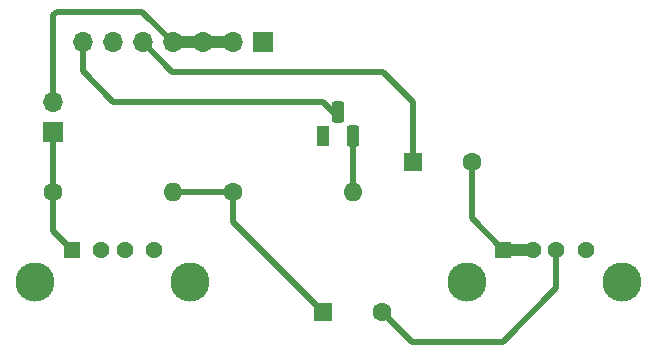
<source format=gbr>
%TF.GenerationSoftware,KiCad,Pcbnew,(6.0.8-1)-1*%
%TF.CreationDate,2022-12-02T23:57:04+01:00*%
%TF.ProjectId,AV_MOD_FAMICOM,41565f4d-4f44-45f4-9641-4d49434f4d2e,rev?*%
%TF.SameCoordinates,Original*%
%TF.FileFunction,Copper,L2,Bot*%
%TF.FilePolarity,Positive*%
%FSLAX46Y46*%
G04 Gerber Fmt 4.6, Leading zero omitted, Abs format (unit mm)*
G04 Created by KiCad (PCBNEW (6.0.8-1)-1) date 2022-12-02 23:57:04*
%MOMM*%
%LPD*%
G01*
G04 APERTURE LIST*
G04 Aperture macros list*
%AMRoundRect*
0 Rectangle with rounded corners*
0 $1 Rounding radius*
0 $2 $3 $4 $5 $6 $7 $8 $9 X,Y pos of 4 corners*
0 Add a 4 corners polygon primitive as box body*
4,1,4,$2,$3,$4,$5,$6,$7,$8,$9,$2,$3,0*
0 Add four circle primitives for the rounded corners*
1,1,$1+$1,$2,$3*
1,1,$1+$1,$4,$5*
1,1,$1+$1,$6,$7*
1,1,$1+$1,$8,$9*
0 Add four rect primitives between the rounded corners*
20,1,$1+$1,$2,$3,$4,$5,0*
20,1,$1+$1,$4,$5,$6,$7,0*
20,1,$1+$1,$6,$7,$8,$9,0*
20,1,$1+$1,$8,$9,$2,$3,0*%
G04 Aperture macros list end*
%TA.AperFunction,ComponentPad*%
%ADD10R,1.100000X1.800000*%
%TD*%
%TA.AperFunction,ComponentPad*%
%ADD11RoundRect,0.275000X-0.275000X-0.625000X0.275000X-0.625000X0.275000X0.625000X-0.275000X0.625000X0*%
%TD*%
%TA.AperFunction,ComponentPad*%
%ADD12R,1.428000X1.428000*%
%TD*%
%TA.AperFunction,ComponentPad*%
%ADD13C,1.428000*%
%TD*%
%TA.AperFunction,ComponentPad*%
%ADD14C,3.316000*%
%TD*%
%TA.AperFunction,ComponentPad*%
%ADD15R,1.700000X1.700000*%
%TD*%
%TA.AperFunction,ComponentPad*%
%ADD16O,1.700000X1.700000*%
%TD*%
%TA.AperFunction,ComponentPad*%
%ADD17R,1.600000X1.600000*%
%TD*%
%TA.AperFunction,ComponentPad*%
%ADD18C,1.600000*%
%TD*%
%TA.AperFunction,ComponentPad*%
%ADD19O,1.600000X1.600000*%
%TD*%
%TA.AperFunction,Conductor*%
%ADD20C,0.500000*%
%TD*%
%TA.AperFunction,Conductor*%
%ADD21C,1.000000*%
%TD*%
G04 APERTURE END LIST*
D10*
%TO.P,Q1,1,C*%
%TO.N,GNDREF*%
X194310000Y-46120000D03*
D11*
%TO.P,Q1,2,B*%
%TO.N,VIDEO IN*%
X195580000Y-44050000D03*
%TO.P,Q1,3,E*%
%TO.N,Net-(Q1-Pad3)*%
X196850000Y-46120000D03*
%TD*%
D12*
%TO.P,J2,01,VCC*%
%TO.N,+5V*%
X173030000Y-55710000D03*
D13*
%TO.P,J2,02,D-*%
%TO.N,GNDREF*%
X175530000Y-55710000D03*
%TO.P,J2,03,D+*%
X177530000Y-55710000D03*
%TO.P,J2,04,GND*%
X180030000Y-55710000D03*
D14*
%TO.P,J2,S1,SHIELD*%
X169960000Y-58420000D03*
%TO.P,J2,S2,SHIELD*%
X183100000Y-58420000D03*
%TD*%
D15*
%TO.P,J3,1,Pin_1*%
%TO.N,+5V*%
X171450000Y-45720000D03*
D16*
%TO.P,J3,2,Pin_2*%
%TO.N,Net-(J3-Pad2)*%
X171450000Y-43180000D03*
%TD*%
D17*
%TO.P,C2,1*%
%TO.N,AUDIO*%
X201930000Y-48260000D03*
D18*
%TO.P,C2,2*%
%TO.N,AUDIO L*%
X206930000Y-48260000D03*
%TD*%
D12*
%TO.P,J1,01,VCC*%
%TO.N,AUDIO L*%
X209590000Y-55710000D03*
D13*
%TO.P,J1,02,D-*%
X212090000Y-55710000D03*
%TO.P,J1,03,D+*%
%TO.N,VIDEO OUT*%
X214090000Y-55710000D03*
%TO.P,J1,04,GND*%
%TO.N,GNDREF*%
X216590000Y-55710000D03*
D14*
%TO.P,J1,S1,SHIELD*%
X206520000Y-58420000D03*
%TO.P,J1,S2,SHIELD*%
X219660000Y-58420000D03*
%TD*%
D18*
%TO.P,R2,1*%
%TO.N,Net-(C1-Pad1)*%
X186690000Y-50800000D03*
D19*
%TO.P,R2,2*%
%TO.N,Net-(Q1-Pad3)*%
X196850000Y-50800000D03*
%TD*%
D17*
%TO.P,C1,1*%
%TO.N,Net-(C1-Pad1)*%
X194310000Y-60960000D03*
D18*
%TO.P,C1,2*%
%TO.N,VIDEO OUT*%
X199310000Y-60960000D03*
%TD*%
%TO.P,R1,1*%
%TO.N,+5V*%
X171450000Y-50800000D03*
D19*
%TO.P,R1,2*%
%TO.N,Net-(C1-Pad1)*%
X181610000Y-50800000D03*
%TD*%
D15*
%TO.P,J5,1,Pin_1*%
%TO.N,GNDREF*%
X189210000Y-38125000D03*
D16*
%TO.P,J5,2,Pin_2*%
%TO.N,Net-(J3-Pad2)*%
X186670000Y-38125000D03*
%TO.P,J5,3,Pin_3*%
X184130000Y-38125000D03*
%TO.P,J5,4,Pin_4*%
X181590000Y-38125000D03*
%TO.P,J5,5,Pin_5*%
%TO.N,AUDIO*%
X179050000Y-38125000D03*
%TO.P,J5,6,Pin_6*%
%TO.N,GNDREF*%
X176510000Y-38125000D03*
%TO.P,J5,7,Pin_7*%
%TO.N,VIDEO IN*%
X173970000Y-38125000D03*
%TD*%
D20*
%TO.N,Net-(C1-Pad1)*%
X186690000Y-53340000D02*
X194310000Y-60960000D01*
X186690000Y-50800000D02*
X186690000Y-53340000D01*
X181610000Y-50800000D02*
X186690000Y-50800000D01*
D21*
%TO.N,Net-(J3-Pad2)*%
X186670000Y-38125000D02*
X181590000Y-38125000D01*
D20*
X179025000Y-35560000D02*
X181590000Y-38125000D01*
X171767905Y-35560000D02*
X179025000Y-35560000D01*
X171450000Y-35877905D02*
X171767905Y-35560000D01*
X171450000Y-43180000D02*
X171450000Y-35877905D01*
%TO.N,AUDIO L*%
X206930000Y-48260000D02*
X206930000Y-53050000D01*
X206930000Y-53050000D02*
X209590000Y-55710000D01*
D21*
X212090000Y-55710000D02*
X209590000Y-55710000D01*
D20*
%TO.N,+5V*%
X171450000Y-50800000D02*
X171450000Y-45720000D01*
X171450000Y-54130000D02*
X171450000Y-50800000D01*
X173030000Y-55710000D02*
X171450000Y-54130000D01*
%TO.N,AUDIO*%
X179050000Y-38125000D02*
X181565000Y-40640000D01*
X199390000Y-40640000D02*
X201930000Y-43180000D01*
X181565000Y-40640000D02*
X199390000Y-40640000D01*
X201930000Y-43180000D02*
X201930000Y-48260000D01*
%TO.N,Net-(Q1-Pad3)*%
X196850000Y-50800000D02*
X196850000Y-45720000D01*
%TO.N,VIDEO OUT*%
X214090000Y-55710000D02*
X214090000Y-58960000D01*
X209550000Y-63500000D02*
X201850000Y-63500000D01*
X214090000Y-58960000D02*
X209550000Y-63500000D01*
X201850000Y-63500000D02*
X199310000Y-60960000D01*
%TO.N,VIDEO IN*%
X194310000Y-43180000D02*
X176530000Y-43180000D01*
X194310000Y-43180000D02*
X195580000Y-44450000D01*
X176530000Y-43180000D02*
X173970000Y-40620000D01*
X173970000Y-40620000D02*
X173970000Y-38125000D01*
%TD*%
M02*

</source>
